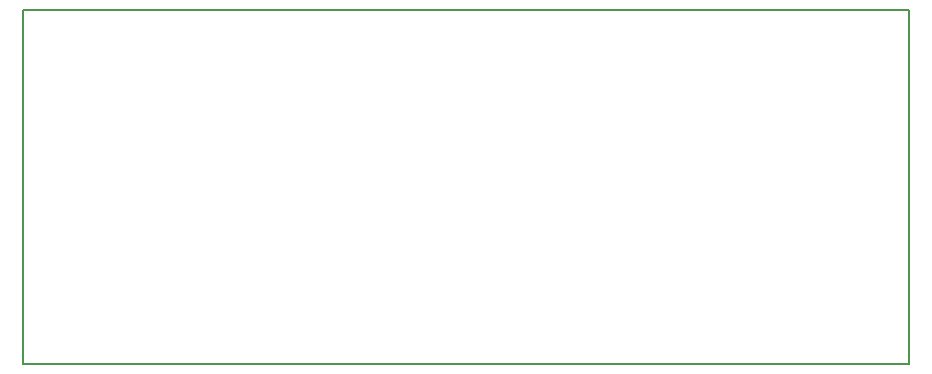
<source format=gbr>
G04 #@! TF.FileFunction,Profile,NP*
%FSLAX46Y46*%
G04 Gerber Fmt 4.6, Leading zero omitted, Abs format (unit mm)*
G04 Created by KiCad (PCBNEW 4.0.6) date 06/05/17 08:13:12*
%MOMM*%
%LPD*%
G01*
G04 APERTURE LIST*
%ADD10C,0.100000*%
%ADD11C,0.150000*%
G04 APERTURE END LIST*
D10*
D11*
X75000000Y0D02*
X0Y0D01*
X75000000Y-30000000D02*
X75000000Y0D01*
X0Y-30000000D02*
X75000000Y-30000000D01*
X0Y0D02*
X0Y-30000000D01*
M02*

</source>
